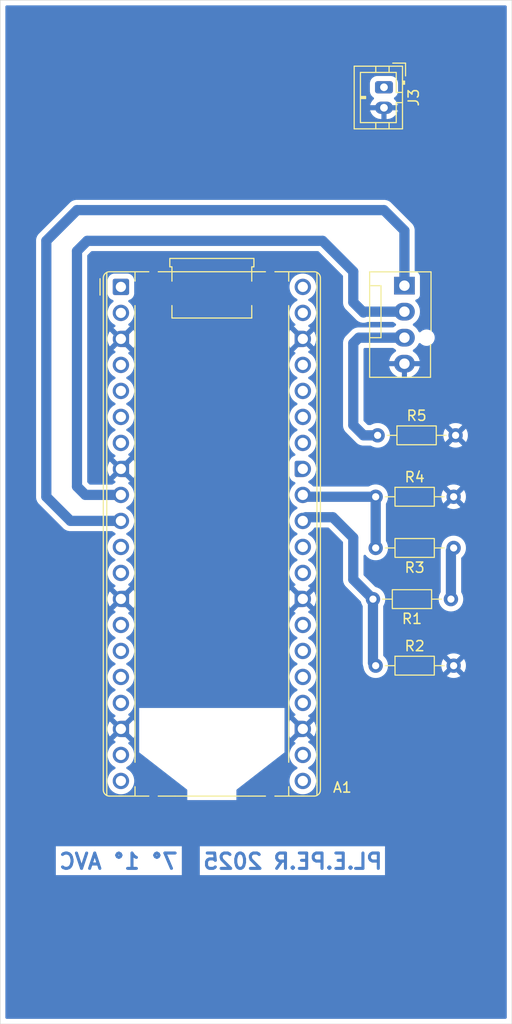
<source format=kicad_pcb>
(kicad_pcb (version 20241229) (generator "pcbnew") (generator_version "9.0")
  (layers (0 "F.Cu" signal) (2 "B.Cu" signal) (13 "F.Paste" user) (15 "B.Paste" user) (5 "F.SilkS" user "F.Silkscreen") (7 "B.SilkS" user "B.Silkscreen") (1 "F.Mask" user) (3 "B.Mask" user) (25 "Edge.Cuts" user))
  (net 0 "")
  (net 1 "Earth")
  (net 18 "GP7")
  (net 20 "GP6")
  (net 21 "ADC0")
  (net 29 "ADC1")
  (net 34 "VBUS y R5")
  (net 35 "VBUS")
  (net 36 "R1 y R3")
  (net 37 "J3 (1)")
  (footprint "Resistor_THT:R_Axial_DIN0204_L3.6mm_D1.6mm_P7.62mm_Horizontal" (layer "F.Cu") (at 146.81 106 180)
    (property "Reference" "R3" (at 3.81 -1.92 180) (layer "F.SilkS"))
    (property "Value" "22K" (hide yes))
    (fp_line (start 6.68 0) (end 5.73 0) (stroke (width 0.12)) (layer "F.SilkS"))
    (fp_line (start 0.94 0) (end 1.89 0) (stroke (width 0.12)) (layer "F.SilkS"))
    (fp_rect (start 1.89 -0.92) (end 5.73 0.92) (stroke (width 0.12)) (fill no) (layer "F.SilkS"))
    (pad "1" thru_hole circle (at 0 0 180) (size 1.4 1.4) (drill 0.7) (layers "*.Cu" "*.Mask") (net 37 "J3 (1)"))
    (pad "2" thru_hole circle (at 7.62 0 180) (size 1.4 1.4) (drill 0.7) (layers "*.Cu" "*.Mask") (net 29 "ADC1"))
  )
  (footprint "Connector_JST:JST_PH_B2B-PH-K_1x02_P2.00mm_Vertical" (layer "F.Cu") (at 140 61 -90)
    (property "Reference" "J3" (at 1 -2.9 90) (layer "F.SilkS"))
    (property "Value" "Conn_01x02_Pin")
    (fp_line (start -2.06 2.91) (end 4.06 2.91) (stroke (width 0.12)) (layer "F.SilkS"))
    (fp_line (start 4.06 2.91) (end 4.06 -1.81) (stroke (width 0.12)) (layer "F.SilkS"))
    (fp_line (start -1.45 2.3) (end 3.45 2.3) (stroke (width 0.12)) (layer "F.SilkS"))
    (fp_line (start 0.9 2.3) (end 0.9 1.8) (stroke (width 0.12)) (layer "F.SilkS"))
    (fp_line (start 1 2.3) (end 1 1.8) (stroke (width 0.12)) (layer "F.SilkS"))
    (fp_line (start 3.45 2.3) (end 3.45 -1.2) (stroke (width 0.12)) (layer "F.SilkS"))
    (fp_line (start 0.9 1.8) (end 1.1 1.8) (stroke (width 0.12)) (layer "F.SilkS"))
    (fp_line (start 1.1 1.8) (end 1.1 2.3) (stroke (width 0.12)) (layer "F.SilkS"))
    (fp_line (start -2.06 0.8) (end -1.45 0.8) (stroke (width 0.12)) (layer "F.SilkS"))
    (fp_line (start 4.06 0.8) (end 3.45 0.8) (stroke (width 0.12)) (layer "F.SilkS"))
    (fp_line (start -2.06 -0.5) (end -1.45 -0.5) (stroke (width 0.12)) (layer "F.SilkS"))
    (fp_line (start 4.06 -0.5) (end 3.45 -0.5) (stroke (width 0.12)) (layer "F.SilkS"))
    (fp_line (start -1.45 -1.2) (end -1.45 2.3) (stroke (width 0.12)) (layer "F.SilkS"))
    (fp_line (start 0.5 -1.2) (end -1.45 -1.2) (stroke (width 0.12)) (layer "F.SilkS"))
    (fp_line (start 1.5 -1.2) (end 1.5 -1.81) (stroke (width 0.12)) (layer "F.SilkS"))
    (fp_line (start 3.45 -1.2) (end 1.5 -1.2) (stroke (width 0.12)) (layer "F.SilkS"))
    (fp_line (start -2.06 -1.81) (end -2.06 2.91) (stroke (width 0.12)) (layer "F.SilkS"))
    (fp_line (start -0.3 -1.81) (end -0.3 -2.01) (stroke (width 0.12)) (layer "F.SilkS"))
    (fp_line (start 0.5 -1.81) (end 0.5 -1.2) (stroke (width 0.12)) (layer "F.SilkS"))
    (fp_line (start 4.06 -1.81) (end -2.06 -1.81) (stroke (width 0.12)) (layer "F.SilkS"))
    (fp_line (start -0.3 -1.91) (end -0.6 -1.91) (stroke (width 0.12)) (layer "F.SilkS"))
    (fp_line (start -0.6 -2.01) (end -0.6 -1.81) (stroke (width 0.12)) (layer "F.SilkS"))
    (fp_line (start -0.3 -2.01) (end -0.6 -2.01) (stroke (width 0.12)) (layer "F.SilkS"))
    (fp_line (start -2.36 -2.11) (end -2.36 -0.86) (stroke (width 0.12)) (layer "F.SilkS"))
    (fp_line (start -1.11 -2.11) (end -2.36 -2.11) (stroke (width 0.12)) (layer "F.SilkS"))
    (pad "1" thru_hole roundrect (at 0 0 270) (size 1.2 1.75) (drill 0.75) (layers "*.Cu" "*.Mask") (roundrect_rratio 0.208333) (net 36 "R1 y R3"))
    (pad "2" thru_hole oval (at 2 0 270) (size 1.2 1.75) (drill 0.75) (layers "*.Cu" "*.Mask") (net 1 "Earth"))
  )
  (footprint "Resistor_THT:R_Axial_DIN0204_L3.6mm_D1.6mm_P7.62mm_Horizontal" (layer "F.Cu") (at 146.545 111 180)
    (property "Reference" "R1" (at 3.81 -1.92 180) (layer "F.SilkS"))
    (property "Value" "22K")
    (fp_line (start 6.68 0) (end 5.73 0) (stroke (width 0.12)) (layer "F.SilkS"))
    (fp_line (start 0.94 0) (end 1.89 0) (stroke (width 0.12)) (layer "F.SilkS"))
    (fp_rect (start 1.89 -0.92) (end 5.73 0.92) (stroke (width 0.12)) (fill no) (layer "F.SilkS"))
    (pad "1" thru_hole circle (at 0 0 180) (size 1.4 1.4) (drill 0.7) (layers "*.Cu" "*.Mask") (net 37 "J3 (1)"))
    (pad "2" thru_hole circle (at 7.62 0 180) (size 1.4 1.4) (drill 0.7) (layers "*.Cu" "*.Mask") (net 21 "ADC0"))
  )
  (footprint "Module:RaspberryPi_Pico_Common_THT" (layer "F.Cu") (at 114.29 80.5)
    (property "Reference" "A1" (at 20.6375 48.895 0) (layer "F.SilkS") (effects (justify left)))
    (property "Value" "RaspberryPi_Pico_W")
    (fp_line (start -2.04 0.8) (end -2.04 -0.8) (stroke (width 0.12)) (layer "F.SilkS"))
    (fp_line (start -1.72 -0.87) (end -1.72 49.13) (stroke (width 0.12)) (layer "F.SilkS"))
    (fp_line (start -1.38 -1.417) (end -1.38 49.677) (stroke (width 0.12)) (layer "F.SilkS"))
    (fp_line (start -1.11 -1.48) (end 1.38 -1.48) (stroke (width 0.12)) (layer "F.SilkS"))
    (fp_line (start -1.11 49.74) (end 2.727939 49.74) (stroke (width 0.12)) (layer "F.SilkS"))
    (fp_line (start 1.38 -1.48) (end 1.38 -0.56648) (stroke (width 0.12)) (layer "F.SilkS"))
    (fp_line (start 1.38 -1.48) (end 2.72794 -1.48) (stroke (width 0.12)) (layer "F.SilkS"))
    (fp_line (start 1.38 1.82648) (end 1.38 46.43352) (stroke (width 0.12)) (layer "F.SilkS"))
    (fp_line (start 1.38 48.82648) (end 1.38 49.74) (stroke (width 0.12)) (layer "F.SilkS"))
    (fp_line (start 3.652061 -1.48) (end 4.655 -1.48) (stroke (width 0.12)) (layer "F.SilkS"))
    (fp_line (start 4.655 -1.48) (end 13.125 -1.48) (stroke (width 0.12)) (layer "F.SilkS"))
    (fp_line (start 4.78 -2.78) (end 4.78 -1.96) (stroke (width 0.12)) (layer "F.SilkS"))
    (fp_line (start 4.78 -2.78) (end 13 -2.78) (stroke (width 0.12)) (layer "F.SilkS"))
    (fp_line (start 4.78 -1.96) (end 4.99 -1.96) (stroke (width 0.12)) (layer "F.SilkS"))
    (fp_line (start 4.99 -1.96) (end 4.99 -0.564) (stroke (width 0.12)) (layer "F.SilkS"))
    (fp_line (start 4.99 1.824) (end 4.99 3.04) (stroke (width 0.12)) (layer "F.SilkS"))
    (fp_line (start 5.29 49.74) (end 3.652061 49.74) (stroke (width 0.12)) (layer "F.SilkS"))
    (fp_line (start 12.49 49.74) (end 5.29 49.74) (stroke (width 0.12)) (layer "F.SilkS"))
    (fp_line (start 12.79 -1.96) (end 12.79 -0.564) (stroke (width 0.12)) (layer "F.SilkS"))
    (fp_line (start 12.79 1.824) (end 12.79 3.04) (stroke (width 0.12)) (layer "F.SilkS"))
    (fp_line (start 12.79 3.04) (end 4.99 3.04) (stroke (width 0.12)) (layer "F.SilkS"))
    (fp_line (start 13 -2.78) (end 13 -1.96) (stroke (width 0.12)) (layer "F.SilkS"))
    (fp_line (start 13 -1.96) (end 12.79 -1.96) (stroke (width 0.12)) (layer "F.SilkS"))
    (fp_line (start 13.125 -1.48) (end 14.127939 -1.48) (stroke (width 0.12)) (layer "F.SilkS"))
    (fp_line (start 14.127939 49.74) (end 12.49 49.74) (stroke (width 0.12)) (layer "F.SilkS"))
    (fp_line (start 15.052061 -1.48) (end 16.4 -1.48) (stroke (width 0.12)) (layer "F.SilkS"))
    (fp_line (start 15.052061 49.74) (end 18.89 49.74) (stroke (width 0.12)) (layer "F.SilkS"))
    (fp_line (start 16.4 -1.48) (end 16.4 -0.56648) (stroke (width 0.12)) (layer "F.SilkS"))
    (fp_line (start 16.4 1.82648) (end 16.4 46.43352) (stroke (width 0.12)) (layer "F.SilkS"))
    (fp_line (start 16.4 48.82648) (end 16.4 49.74) (stroke (width 0.12)) (layer "F.SilkS"))
    (fp_line (start 18.89 -1.48) (end 16.4 -1.48) (stroke (width 0.12)) (layer "F.SilkS"))
    (fp_line (start 19.16 49.677) (end 19.16 -1.417) (stroke (width 0.12)) (layer "F.SilkS"))
    (fp_line (start 19.5 -0.87) (end 19.5 49.13) (stroke (width 0.12)) (layer "F.SilkS"))
    (fp_arc (start -1.72 -0.87) (mid -1.541335 -1.301335) (end -1.11 -1.48) (stroke (width 0.12)) (layer "F.SilkS"))
    (fp_arc (start -1.11 49.74) (mid -1.541364 49.561364) (end -1.72 49.13) (stroke (width 0.12)) (layer "F.SilkS"))
    (fp_arc (start 18.89 -1.48) (mid 19.321335 -1.301335) (end 19.5 -0.87) (stroke (width 0.12)) (layer "F.SilkS"))
    (fp_arc (start 19.5 49.13) (mid 19.321335 49.561335) (end 18.89 49.74) (stroke (width 0.12)) (layer "F.SilkS"))
    (pad "1" thru_hole roundrect (at 0 0) (size 1.6 1.6) (drill 1) (layers "*.Cu" "*.Mask") (roundrect_rratio 0.125))
    (pad "2" thru_hole circle (at 0 2.54) (size 1.6 1.6) (drill 1) (layers "*.Cu" "*.Mask"))
    (pad "3" thru_hole custom (at 0 5.08) (size 1.6 1.6) (drill 1) (layers "*.Cu" "*.Mask") (net 1 "Earth") (options (clearance outline) (anchor circle)) (primitives (gr_poly (pts (xy 0.8 0.6) (xy 0.8 -0.6) (xy 0.6 -0.8) (xy 0 -0.8) (xy 0 0.8) (xy 0.6 0.8)) (width 0) (fill yes)) (gr_circle (center 0.6 0.6) (end 0.8 0.6) (width 0) (fill yes)) (gr_circle (center 0.6 -0.6) (end 0.8 -0.6) (width 0) (fill yes))))
    (pad "4" thru_hole circle (at 0 7.62) (size 1.6 1.6) (drill 1) (layers "*.Cu" "*.Mask"))
    (pad "5" thru_hole circle (at 0 10.16) (size 1.6 1.6) (drill 1) (layers "*.Cu" "*.Mask"))
    (pad "6" thru_hole circle (at 0 12.7) (size 1.6 1.6) (drill 1) (layers "*.Cu" "*.Mask"))
    (pad "7" thru_hole circle (at 0 15.24) (size 1.6 1.6) (drill 1) (layers "*.Cu" "*.Mask"))
    (pad "8" thru_hole custom (at 0 17.78) (size 1.6 1.6) (drill 1) (layers "*.Cu" "*.Mask") (net 1 "Earth") (options (clearance outline) (anchor circle)) (primitives (gr_poly (pts (xy 0.8 0.6) (xy 0.8 -0.6) (xy 0.6 -0.8) (xy 0 -0.8) (xy 0 0.8) (xy 0.6 0.8)) (width 0) (fill yes)) (gr_circle (center 0.6 0.6) (end 0.8 0.6) (width 0) (fill yes)) (gr_circle (center 0.6 -0.6) (end 0.8 -0.6) (width 0) (fill yes))))
    (pad "9" thru_hole circle (at 0 20.32) (size 1.6 1.6) (drill 1) (layers "*.Cu" "*.Mask") (net 20 "GP6"))
    (pad "10" thru_hole circle (at 0 22.86) (size 1.6 1.6) (drill 1) (layers "*.Cu" "*.Mask") (net 18 "GP7"))
    (pad "11" thru_hole circle (at 0 25.4) (size 1.6 1.6) (drill 1) (layers "*.Cu" "*.Mask"))
    (pad "12" thru_hole circle (at 0 27.94) (size 1.6 1.6) (drill 1) (layers "*.Cu" "*.Mask"))
    (pad "13" thru_hole custom (at 0 30.48) (size 1.6 1.6) (drill 1) (layers "*.Cu" "*.Mask") (net 1 "Earth") (options (clearance outline) (anchor circle)) (primitives (gr_poly (pts (xy 0.8 0.6) (xy 0.8 -0.6) (xy 0.6 -0.8) (xy 0 -0.8) (xy 0 0.8) (xy 0.6 0.8)) (width 0) (fill yes)) (gr_circle (center 0.6 0.6) (end 0.8 0.6) (width 0) (fill yes)) (gr_circle (center 0.6 -0.6) (end 0.8 -0.6) (width 0) (fill yes))))
    (pad "14" thru_hole circle (at 0 33.02) (size 1.6 1.6) (drill 1) (layers "*.Cu" "*.Mask"))
    (pad "15" thru_hole circle (at 0 35.56) (size 1.6 1.6) (drill 1) (layers "*.Cu" "*.Mask"))
    (pad "16" thru_hole circle (at 0 38.1) (size 1.6 1.6) (drill 1) (layers "*.Cu" "*.Mask"))
    (pad "17" thru_hole circle (at 0 40.64) (size 1.6 1.6) (drill 1) (layers "*.Cu" "*.Mask"))
    (pad "18" thru_hole custom (at 0 43.18) (size 1.6 1.6) (drill 1) (layers "*.Cu" "*.Mask") (net 1 "Earth") (options (clearance outline) (anchor circle)) (primitives (gr_poly (pts (xy 0.8 0.6) (xy 0.8 -0.6) (xy 0.6 -0.8) (xy 0 -0.8) (xy 0 0.8) (xy 0.6 0.8)) (width 0) (fill yes)) (gr_circle (center 0.6 0.6) (end 0.8 0.6) (width 0) (fill yes)) (gr_circle (center 0.6 -0.6) (end 0.8 -0.6) (width 0) (fill yes))))
    (pad "19" thru_hole circle (at 0 45.72) (size 1.6 1.6) (drill 1) (layers "*.Cu" "*.Mask"))
    (pad "20" thru_hole circle (at 0 48.26) (size 1.6 1.6) (drill 1) (layers "*.Cu" "*.Mask"))
    (pad "21" thru_hole circle (at 17.78 48.26) (size 1.6 1.6) (drill 1) (layers "*.Cu" "*.Mask"))
    (pad "22" thru_hole circle (at 17.78 45.72) (size 1.6 1.6) (drill 1) (layers "*.Cu" "*.Mask"))
    (pad "23" thru_hole custom (at 17.78 43.18) (size 1.6 1.6) (drill 1) (layers "*.Cu" "*.Mask") (net 1 "Earth") (options (clearance outline) (anchor circle)) (primitives (gr_poly (pts (xy -0.8 0.6) (xy -0.8 -0.6) (xy -0.6 -0.8) (xy 0 -0.8) (xy 0 0.8) (xy -0.6 0.8)) (width 0) (fill yes)) (gr_circle (center -0.6 0.6) (end -0.4 0.6) (width 0) (fill yes)) (gr_circle (center -0.6 -0.6) (end -0.4 -0.6) (width 0) (fill yes))))
    (pad "24" thru_hole circle (at 17.78 40.64) (size 1.6 1.6) (drill 1) (layers "*.Cu" "*.Mask"))
    (pad "25" thru_hole circle (at 17.78 38.1) (size 1.6 1.6) (drill 1) (layers "*.Cu" "*.Mask"))
    (pad "26" thru_hole circle (at 17.78 35.56) (size 1.6 1.6) (drill 1) (layers "*.Cu" "*.Mask"))
    (pad "27" thru_hole circle (at 17.78 33.02) (size 1.6 1.6) (drill 1) (layers "*.Cu" "*.Mask"))
    (pad "28" thru_hole custom (at 17.78 30.48) (size 1.6 1.6) (drill 1) (layers "*.Cu" "*.Mask") (net 1 "Earth") (options (clearance outline) (anchor circle)) (primitives (gr_poly (pts (xy -0.8 0.6) (xy -0.8 -0.6) (xy -0.6 -0.8) (xy 0 -0.8) (xy 0 0.8) (xy -0.6 0.8)) (width 0) (fill yes)) (gr_circle (center -0.6 0.6) (end -0.4 0.6) (width 0) (fill yes)) (gr_circle (center -0.6 -0.6) (end -0.4 -0.6) (width 0) (fill yes))))
    (pad "29" thru_hole circle (at 17.78 27.94) (size 1.6 1.6) (drill 1) (layers "*.Cu" "*.Mask"))
    (pad "30" thru_hole circle (at 17.78 25.4) (size 1.6 1.6) (drill 1) (layers "*.Cu" "*.Mask"))
    (pad "31" thru_hole circle (at 17.78 22.86) (size 1.6 1.6) (drill 1) (layers "*.Cu" "*.Mask") (net 21 "ADC0"))
    (pad "32" thru_hole circle (at 17.78 20.32) (size 1.6 1.6) (drill 1) (layers "*.Cu" "*.Mask") (net 29 "ADC1"))
    (pad "33" thru_hole custom (at 17.78 17.78) (size 1.6 1.6) (drill 1) (layers "*.Cu" "*.Mask") (options (clearance outline) (anchor circle)) (primitives (gr_poly (pts (xy -0.8 0.6) (xy -0.8 -0.6) (xy -0.6 -0.8) (xy 0 -0.8) (xy 0 0.8) (xy -0.6 0.8)) (width 0) (fill yes)) (gr_circle (center -0.6 0.6) (end -0.4 0.6) (width 0) (fill yes)) (gr_circle (center -0.6 -0.6) (end -0.4 -0.6) (width 0) (fill yes))))
    (pad "34" thru_hole circle (at 17.78 15.24) (size 1.6 1.6) (drill 1) (layers "*.Cu" "*.Mask"))
    (pad "35" thru_hole circle (at 17.78 12.7) (size 1.6 1.6) (drill 1) (layers "*.Cu" "*.Mask"))
    (pad "36" thru_hole circle (at 17.78 10.16) (size 1.6 1.6) (drill 1) (layers "*.Cu" "*.Mask"))
    (pad "37" thru_hole circle (at 17.78 7.62) (size 1.6 1.6) (drill 1) (layers "*.Cu" "*.Mask"))
    (pad "38" thru_hole custom (at 17.78 5.08) (size 1.6 1.6) (drill 1) (layers "*.Cu" "*.Mask") (net 1 "Earth") (options (clearance outline) (anchor circle)) (primitives (gr_poly (pts (xy -0.8 0.6) (xy -0.8 -0.6) (xy -0.6 -0.8) (xy 0 -0.8) (xy 0 0.8) (xy -0.6 0.8)) (width 0) (fill yes)) (gr_circle (center -0.6 0.6) (end -0.4 0.6) (width 0) (fill yes)) (gr_circle (center -0.6 -0.6) (end -0.4 -0.6) (width 0) (fill yes))))
    (pad "39" thru_hole circle (at 17.78 2.54) (size 1.6 1.6) (drill 1) (layers "*.Cu" "*.Mask"))
    (pad "40" thru_hole circle (at 17.78 0) (size 1.6 1.6) (drill 1) (layers "*.Cu" "*.Mask") (net 34 "VBUS y R5"))
    (zone (net 0) (net_name "") (layers "F.Cu" "B.Cu" "F.Paste" "B.Paste") (name "Antenna Copper Keep Out") (connect_pads (clearance 0)) (min_thickness 0.254)
      (keepout (tracks not_allowed) (vias not_allowed) (pads not_allowed) (copperpour not_allowed) (footprints allowed))
      (fill (thermal_gap 0.508) (thermal_bridge_width 0.508))
      (polygon (pts (xy 120.78 129.619895) (xy 116.08 125.969895) (xy 116.08 121.63) (xy 130.28 121.63) (xy 130.28 125.969895) (xy 125.58 129.619895) (xy 125.58 130.63) (xy 120.78 130.63)))
    )
  )
  (footprint "Resistor_THT:R_Axial_DIN0204_L3.6mm_D1.6mm_P7.62mm_Horizontal" (layer "F.Cu") (at 139.38 95)
    (property "Reference" "R5" (at 3.81 -1.92 0) (layer "F.SilkS"))
    (property "Value" "220")
    (fp_line (start 0.94 0) (end 1.89 0) (stroke (width 0.12)) (layer "F.SilkS"))
    (fp_line (start 6.68 0) (end 5.73 0) (stroke (width 0.12)) (layer "F.SilkS"))
    (fp_rect (start 1.89 -0.92) (end 5.73 0.92) (stroke (width 0.12)) (fill no) (layer "F.SilkS"))
    (pad "1" thru_hole circle (at 0 0) (size 1.4 1.4) (drill 0.7) (layers "*.Cu" "*.Mask") (net 35 "VBUS"))
    (pad "2" thru_hole circle (at 7.62 0) (size 1.4 1.4) (drill 0.7) (layers "*.Cu" "*.Mask") (net 1 "Earth"))
  )
  (footprint "Connector:FanPinHeader_1x04_P2.54mm_Vertical" (layer "F.Cu") (at 142 80.38 -90)
    (property "Reference" "J2" (hide yes))
    (property "Value" "Conn_01x04")
    (fp_line (start -1.35 3.4) (end -1.35 -2.6) (stroke (width 0.12)) (layer "F.SilkS"))
    (fp_line (start 8.95 3.4) (end -1.35 3.4) (stroke (width 0.12)) (layer "F.SilkS"))
    (fp_line (start 0 3.3) (end 0 2.29) (stroke (width 0.12)) (layer "F.SilkS"))
    (fp_line (start 0 2.29) (end 5.08 2.29) (stroke (width 0.12)) (layer "F.SilkS"))
    (fp_line (start 5.08 2.29) (end 5.08 3.3) (stroke (width 0.12)) (layer "F.SilkS"))
    (fp_line (start 5.75 -2.55) (end 8.95 -2.55) (stroke (width 0.12)) (layer "F.SilkS"))
    (fp_line (start 8.95 -2.55) (end 8.95 3.4) (stroke (width 0.12)) (layer "F.SilkS"))
    (fp_line (start -1.35 -2.6) (end 4.4 -2.6) (stroke (width 0.12)) (layer "F.SilkS"))
    (pad "" np_thru_hole circle (at 5.08 -2.16) (size 1.1 1.1) (drill 1.1) (layers "*.Cu" "*.Mask"))
    (pad "1" thru_hole rect (at 0 0) (size 2.03 1.73) (drill 1.02) (layers "*.Cu" "*.Mask") (net 18 "GP7"))
    (pad "2" thru_hole oval (at 2.54 0) (size 2.03 1.73) (drill 1.02) (layers "*.Cu" "*.Mask") (net 20 "GP6"))
    (pad "3" thru_hole oval (at 5.08 0) (size 2.03 1.73) (drill 1.02) (layers "*.Cu" "*.Mask") (net 35 "VBUS"))
    (pad "4" thru_hole oval (at 7.62 0) (size 2.03 1.73) (drill 1.02) (layers "*.Cu" "*.Mask") (net 1 "Earth"))
  )
  (footprint "Resistor_THT:R_Axial_DIN0204_L3.6mm_D1.6mm_P7.62mm_Horizontal" (layer "F.Cu") (at 139.19 101)
    (property "Reference" "R4" (at 3.81 -1.92 0) (layer "F.SilkS"))
    (property "Value" "10K" (hide yes))
    (fp_line (start 0.94 0) (end 1.89 0) (stroke (width 0.12)) (layer "F.SilkS"))
    (fp_line (start 6.68 0) (end 5.73 0) (stroke (width 0.12)) (layer "F.SilkS"))
    (fp_rect (start 1.89 -0.92) (end 5.73 0.92) (stroke (width 0.12)) (fill no) (layer "F.SilkS"))
    (pad "1" thru_hole circle (at 0 0) (size 1.4 1.4) (drill 0.7) (layers "*.Cu" "*.Mask") (net 29 "ADC1"))
    (pad "2" thru_hole circle (at 7.62 0) (size 1.4 1.4) (drill 0.7) (layers "*.Cu" "*.Mask") (net 1 "Earth"))
  )
  (footprint "Resistor_THT:R_Axial_DIN0204_L3.6mm_D1.6mm_P7.62mm_Horizontal" (layer "F.Cu") (at 139.19 117.5)
    (property "Reference" "R2" (at 3.81 -1.92 0) (layer "F.SilkS"))
    (property "Value" "10K")
    (fp_line (start 0.94 0) (end 1.89 0) (stroke (width 0.12)) (layer "F.SilkS"))
    (fp_line (start 6.68 0) (end 5.73 0) (stroke (width 0.12)) (layer "F.SilkS"))
    (fp_rect (start 1.89 -0.92) (end 5.73 0.92) (stroke (width 0.12)) (fill no) (layer "F.SilkS"))
    (pad "1" thru_hole circle (at 0 0) (size 1.4 1.4) (drill 0.7) (layers "*.Cu" "*.Mask") (net 21 "ADC0"))
    (pad "2" thru_hole circle (at 7.62 0) (size 1.4 1.4) (drill 0.7) (layers "*.Cu" "*.Mask") (net 1 "Earth"))
  )
  (gr_line (start 152.5 52.5) (end 152.5 152.5) (stroke (width 0.05)) (layer "Edge.Cuts"))
  (gr_line (start 102.5 152.5) (end 102.5 52.5) (stroke (width 0.05)) (layer "Edge.Cuts"))
  (gr_line (start 102.5 52.5) (end 152.5 52.5) (stroke (width 0.05)) (layer "Edge.Cuts"))
  (gr_line (start 152.5 152.5) (end 102.5 152.5) (stroke (width 0.05)) (layer "Edge.Cuts"))
  (gr_text "7° 1° AVC\n" (at 120 137.5 0) (layer "B.Cu") (effects (font (size 1.5 1.5) (thickness 0.3) (bold yes)) (justify left bottom mirror)))
  (gr_text "PL.E.PE.R 2025" (at 140 137.5 0) (layer "B.Cu") (effects (font (size 1.5 1.5) (thickness 0.3) (bold yes)) (justify left bottom mirror)))
  (segment (start 142 75) (end 142 80.38) (width 1) (layer "B.Cu") (net 18))
  (segment (start 114.22 103.355) (end 109.355 103.355) (width 1) (layer "B.Cu") (net 18))
  (segment (start 107 76) (end 110 73) (width 1) (layer "B.Cu") (net 18))
  (segment (start 140 73) (end 142 75) (width 1) (layer "B.Cu") (net 18))
  (segment (start 107 101) (end 107 76) (width 1) (layer "B.Cu") (net 18))
  (segment (start 109.355 103.355) (end 107 101) (width 1) (layer "B.Cu") (net 18))
  (segment (start 110 73) (end 140 73) (width 1) (layer "B.Cu") (net 18))
  (segment (start 110 100) (end 110.815 100.815) (width 1) (layer "B.Cu") (net 20))
  (segment (start 138 83) (end 137 82) (width 1) (layer "B.Cu") (net 20))
  (segment (start 137 82) (end 137 79) (width 1) (layer "B.Cu") (net 20))
  (segment (start 110 77) (end 110 100) (width 1) (layer "B.Cu") (net 20))
  (segment (start 138.08 82.92) (end 138 83) (width 1) (layer "B.Cu") (net 20))
  (segment (start 134 76) (end 111 76) (width 1) (layer "B.Cu") (net 20))
  (segment (start 142 82.92) (end 138.08 82.92) (width 1) (layer "B.Cu") (net 20))
  (segment (start 137 79) (end 134 76) (width 1) (layer "B.Cu") (net 20))
  (segment (start 111 76) (end 110 77) (width 1) (layer "B.Cu") (net 20))
  (segment (start 110.815 100.815) (end 114.22 100.815) (width 1) (layer "B.Cu") (net 20))
  (segment (start 138.925 117.235) (end 139.19 117.5) (width 1) (layer "B.Cu") (net 21))
  (segment (start 138.925 111) (end 137 109.075) (width 1) (layer "B.Cu") (net 21))
  (segment (start 137 109.075) (end 137 105) (width 1) (layer "B.Cu") (net 21))
  (segment (start 135 103) (end 132.355 103) (width 1) (layer "B.Cu") (net 21))
  (segment (start 137 105) (end 135 103) (width 1) (layer "B.Cu") (net 21))
  (segment (start 132.355 103) (end 132 103.355) (width 1) (layer "B.Cu") (net 21))
  (segment (start 138.925 111) (end 138.925 117.235) (width 1) (layer "B.Cu") (net 21))
  (segment (start 139.19 106) (end 139.19 101) (width 1) (layer "B.Cu") (net 29))
  (segment (start 139.19 101) (end 132.185 101) (width 1) (layer "B.Cu") (net 29))
  (segment (start 132.185 101) (end 132 100.815) (width 1) (layer "B.Cu") (net 29))
  (segment (start 138 95) (end 137 94) (width 1) (layer "B.Cu") (net 35))
  (segment (start 137.54 85.46) (end 137 86) (width 1) (layer "B.Cu") (net 35))
  (segment (start 139.38 95) (end 138 95) (width 1) (layer "B.Cu") (net 35))
  (segment (start 137 94) (end 137 86) (width 1) (layer "B.Cu") (net 35))
  (segment (start 142 85.46) (end 137.54 85.46) (width 1) (layer "B.Cu") (net 35))
  (segment (start 146.545 106.265) (end 146.81 106) (width 1) (layer "B.Cu") (net 37))
  (segment (start 146.545 111) (end 146.545 106.265) (width 1) (layer "B.Cu") (net 37))
  (zone (net 1) (net_name "Earth") (layer "B.Cu") (connect_pads (clearance 0.5)) (min_thickness 0.25) (fill yes (thermal_gap 0.5) (thermal_bridge_width 0.5))
    (polygon (pts (xy 102.5 52.5) (xy 152.5 52.5) (xy 152.5 152.5) (xy 102.5 152.5)))
  )
)
</source>
